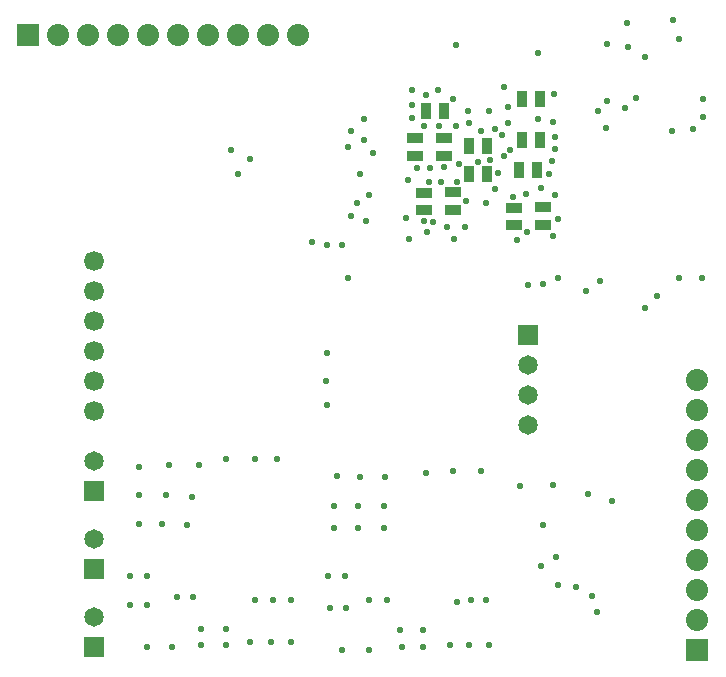
<source format=gbs>
G04*
G04 #@! TF.GenerationSoftware,Altium Limited,Altium Designer,24.6.1 (21)*
G04*
G04 Layer_Color=16711935*
%FSLAX25Y25*%
%MOIN*%
G70*
G04*
G04 #@! TF.SameCoordinates,53350382-22CE-4EB4-8EAE-C997BD2E2089*
G04*
G04*
G04 #@! TF.FilePolarity,Negative*
G04*
G01*
G75*
%ADD27R,0.03740X0.05315*%
%ADD28R,0.05315X0.03740*%
%ADD37C,0.06618*%
%ADD38R,0.06500X0.06500*%
%ADD39C,0.06500*%
%ADD40C,0.07386*%
%ADD41R,0.07386X0.07386*%
%ADD42R,0.07386X0.07386*%
%ADD43C,0.02299*%
D27*
X352406Y316500D02*
D03*
X346500D02*
D03*
X352406Y326000D02*
D03*
X346500D02*
D03*
X363047Y318000D02*
D03*
X368953D02*
D03*
X364000Y341500D02*
D03*
X369905D02*
D03*
X338000Y337500D02*
D03*
X332095D02*
D03*
X364094Y328000D02*
D03*
X370000D02*
D03*
D28*
X371000Y305453D02*
D03*
Y299547D02*
D03*
X361500Y305405D02*
D03*
Y299500D02*
D03*
X331500Y304500D02*
D03*
Y310405D02*
D03*
X341000Y304547D02*
D03*
Y310453D02*
D03*
X328500Y328500D02*
D03*
Y322594D02*
D03*
X338000Y328453D02*
D03*
Y322547D02*
D03*
D37*
X221500Y237500D02*
D03*
Y247500D02*
D03*
Y257500D02*
D03*
Y267500D02*
D03*
Y277500D02*
D03*
Y287500D02*
D03*
D38*
Y159000D02*
D03*
Y211000D02*
D03*
Y185000D02*
D03*
X366000Y263000D02*
D03*
D39*
X221500Y169000D02*
D03*
Y221000D02*
D03*
Y195000D02*
D03*
X366000Y253000D02*
D03*
Y243000D02*
D03*
Y233000D02*
D03*
D40*
X422500Y248000D02*
D03*
Y238000D02*
D03*
Y228000D02*
D03*
Y218000D02*
D03*
Y208000D02*
D03*
Y198000D02*
D03*
Y188000D02*
D03*
Y178000D02*
D03*
Y168000D02*
D03*
X289500Y363000D02*
D03*
X279500D02*
D03*
X269500D02*
D03*
X259500D02*
D03*
X249500D02*
D03*
X239500D02*
D03*
X229500D02*
D03*
X219500D02*
D03*
X209500D02*
D03*
D41*
X422500Y158000D02*
D03*
D42*
X199500Y363000D02*
D03*
D43*
X346500Y159500D02*
D03*
X287000Y174500D02*
D03*
X287150Y160494D02*
D03*
X249000Y175500D02*
D03*
X267000Y324500D02*
D03*
X306000Y325500D02*
D03*
X394000Y207500D02*
D03*
X387500Y176000D02*
D03*
X370538Y186064D02*
D03*
X376000Y179500D02*
D03*
X382000Y179000D02*
D03*
X312035Y300847D02*
D03*
X375500Y189000D02*
D03*
X332282Y297131D02*
D03*
X331500Y332500D02*
D03*
X327287Y335170D02*
D03*
X350500Y331000D02*
D03*
X342000Y332500D02*
D03*
X349500Y320500D02*
D03*
X353300Y321160D02*
D03*
X355000Y331500D02*
D03*
X357500Y329500D02*
D03*
X333000Y314000D02*
D03*
X336000Y344500D02*
D03*
X341085Y341666D02*
D03*
X311500Y328000D02*
D03*
X307000Y302500D02*
D03*
X309000Y307000D02*
D03*
X313000Y309500D02*
D03*
X273500Y321500D02*
D03*
X269500Y316500D02*
D03*
X361000Y309000D02*
D03*
X358000Y345500D02*
D03*
X389500Y337500D02*
D03*
X392500Y341000D02*
D03*
X371000Y280000D02*
D03*
X424500Y341500D02*
D03*
Y335500D02*
D03*
X399000Y367000D02*
D03*
X392500Y360000D02*
D03*
X416500Y361500D02*
D03*
X414500Y368000D02*
D03*
X376000Y282000D02*
D03*
X424000D02*
D03*
X416500D02*
D03*
X409000Y276000D02*
D03*
X404918Y271959D02*
D03*
X319000Y174500D02*
D03*
X313000D02*
D03*
X305500Y172000D02*
D03*
X300000D02*
D03*
X305000Y182500D02*
D03*
X299500D02*
D03*
X239000D02*
D03*
X233500D02*
D03*
Y173000D02*
D03*
X239000D02*
D03*
X254500Y175500D02*
D03*
X239000Y159000D02*
D03*
X247500D02*
D03*
X257000Y159500D02*
D03*
Y165000D02*
D03*
X265500D02*
D03*
Y159500D02*
D03*
X273500Y160500D02*
D03*
X280500D02*
D03*
X323500Y164500D02*
D03*
X331000D02*
D03*
X353000Y159500D02*
D03*
X340000D02*
D03*
X331000Y159000D02*
D03*
X324000D02*
D03*
X313000Y158000D02*
D03*
X304000D02*
D03*
X326000Y314500D02*
D03*
X337000Y314000D02*
D03*
X342500D02*
D03*
X354915Y311584D02*
D03*
X346000Y337500D02*
D03*
X336500Y332500D02*
D03*
X359500Y339000D02*
D03*
X360000Y324500D02*
D03*
X359500Y333500D02*
D03*
X355953Y317000D02*
D03*
X357953Y322500D02*
D03*
X365500Y310000D02*
D03*
X370500Y312000D02*
D03*
X375035Y309508D02*
D03*
X326500Y295000D02*
D03*
X294000Y294000D02*
D03*
X275000Y174500D02*
D03*
X318000Y206000D02*
D03*
X309500D02*
D03*
X301500D02*
D03*
X318000Y198500D02*
D03*
X309500D02*
D03*
X301500D02*
D03*
X318500Y215500D02*
D03*
X310000D02*
D03*
X302500Y216000D02*
D03*
X350500Y217500D02*
D03*
X341000D02*
D03*
X332000Y217000D02*
D03*
X371000Y199500D02*
D03*
X282500Y221500D02*
D03*
X275000D02*
D03*
X265500D02*
D03*
X244000Y200000D02*
D03*
X254000Y209000D02*
D03*
X245500Y209500D02*
D03*
X236500D02*
D03*
X252500Y199500D02*
D03*
X341500Y295000D02*
D03*
X331500Y301033D02*
D03*
X314500Y323500D02*
D03*
X333500Y318500D02*
D03*
X329018Y318482D02*
D03*
X346500Y333500D02*
D03*
X353000Y337500D02*
D03*
X332000Y343000D02*
D03*
X374500Y296000D02*
D03*
X376000Y301500D02*
D03*
X374000Y321000D02*
D03*
X375000Y325000D02*
D03*
X327287Y339500D02*
D03*
X374790Y343211D02*
D03*
X334441Y300461D02*
D03*
X299000Y239500D02*
D03*
X304000Y293000D02*
D03*
X299000D02*
D03*
X310000Y316500D02*
D03*
X342000Y359500D02*
D03*
X298786Y247441D02*
D03*
X299000Y257000D02*
D03*
X392000Y332000D02*
D03*
X306000Y282000D02*
D03*
X369500Y357000D02*
D03*
X311228Y334772D02*
D03*
X414000Y331000D02*
D03*
X398500Y338500D02*
D03*
X399500Y359000D02*
D03*
X405000Y355500D02*
D03*
X402000Y342000D02*
D03*
X421000Y331500D02*
D03*
X390000Y281000D02*
D03*
X386000Y210000D02*
D03*
X385500Y277500D02*
D03*
X366000Y279500D02*
D03*
X389000Y170500D02*
D03*
X363500Y212500D02*
D03*
X374500Y213000D02*
D03*
X343000Y320000D02*
D03*
X338000Y319000D02*
D03*
X345500Y307500D02*
D03*
X352000Y307000D02*
D03*
X307000Y331000D02*
D03*
X327500Y344500D02*
D03*
X347000Y174500D02*
D03*
X342500Y174000D02*
D03*
X352000Y174500D02*
D03*
X369500Y335000D02*
D03*
X375000Y329000D02*
D03*
X374500Y334000D02*
D03*
X372953Y316500D02*
D03*
X365782Y297138D02*
D03*
X362500Y294500D02*
D03*
X325214Y301786D02*
D03*
X339000Y298953D02*
D03*
X344902Y298895D02*
D03*
X281000Y174500D02*
D03*
X236500Y200000D02*
D03*
Y219000D02*
D03*
X256500Y219500D02*
D03*
X246500D02*
D03*
M02*

</source>
